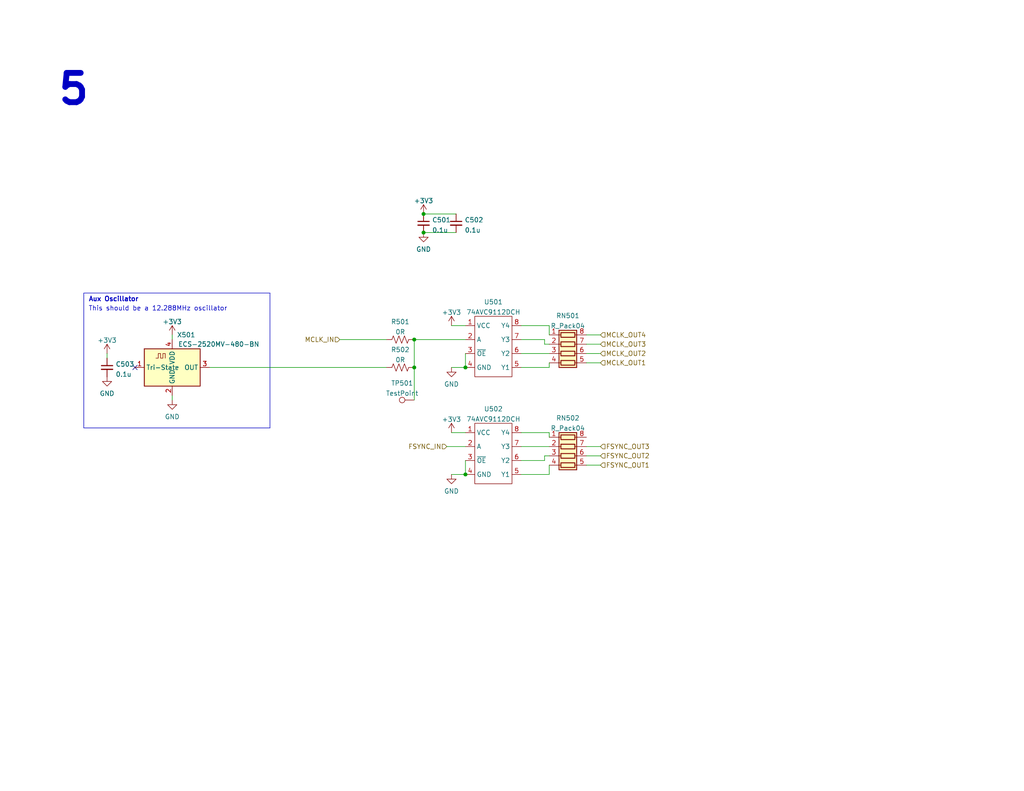
<source format=kicad_sch>
(kicad_sch (version 20230121) (generator eeschema)
  (paper "USLetter")
  (title_block (title "Buffers") (date "2023-02-01") (rev "1") (company "UM NCPA") (comment 1 "Charlie Gilliland"))
  (lib_symbols
    (symbol "74xx:74AVC9112DCH"
      (property "Reference" "U" (at 0 3.81 0))
      (property "Value" "74AVC9112DCH" (at 0 1.27 0))
      (symbol "74AVC9112DCH_0_1"
        (rectangle (start -5.08 0) (end 5.08 -16.51) (stroke (width 0.1524)))
      )
      (symbol "74AVC9112DCH_1_1"
        (pin input line (at -7.62 -2.54 0) (length 2.54) (name "VCC") (number "1"))
        (pin input line (at -7.62 -6.35 0) (length 2.54) (name "A") (number "2"))
        (pin input line (at -7.62 -10.16 0) (length 2.54) (name "~{OE}") (number "3"))
        (pin input line (at -7.62 -13.97 0) (length 2.54) (name "GND") (number "4"))
        (pin input line (at 7.62 -13.97 180) (length 2.54) (name "Y1") (number "5"))
        (pin input line (at 7.62 -10.16 180) (length 2.54) (name "Y2") (number "6"))
        (pin input line (at 7.62 -6.35 180) (length 2.54) (name "Y3") (number "7"))
        (pin input line (at 7.62 -2.54 180) (length 2.54) (name "Y4") (number "8"))
      )
    )
    (symbol "Connector:TestPoint" (pin_numbers hide) (pin_names (offset 0.762) hide)
      (property "Reference" "TP" (at 0 6.858 0))
      (property "Value" "TestPoint" (at 0 5.08 0))
      (symbol "TestPoint_0_1"
        (circle (center 0 3.302) (radius 0.762))
      )
      (symbol "TestPoint_1_1"
        (pin passive line (at 0 0 90) (length 2.54) (name "1") (number "1"))
      )
    )
    (symbol "Device:C_Small" (pin_numbers hide) (pin_names (offset 0.254) hide)
      (property "Reference" "C" (at 0.254 1.778 0))
      (property "Value" "C_Small" (at 0.254 -2.032 0))
      (symbol "C_Small_0_1"
        (polyline (pts (xy -1.524 -0.508) (xy 1.524 -0.508)) (stroke (width 0.3302)))
        (polyline (pts (xy -1.524 0.508) (xy 1.524 0.508)) (stroke (width 0.3048)))
      )
      (symbol "C_Small_1_1"
        (pin passive line (at 0 2.54 270) (length 2.032) (name "~") (number "1"))
        (pin passive line (at 0 -2.54 90) (length 2.032) (name "~") (number "2"))
      )
    )
    (symbol "Device:R_Pack04" (pin_names (offset 0) hide)
      (property "Reference" "RN" (at -7.62 0 90))
      (property "Value" "R_Pack04" (at 5.08 0 90))
      (symbol "R_Pack04_0_1"
        (rectangle (start -6.35 -2.413) (end 3.81 2.413) (stroke (width 0.254)) (fill (type background)))
        (rectangle (start -5.715 1.905) (end -4.445 -1.905) (stroke (width 0.254)))
        (rectangle (start -3.175 1.905) (end -1.905 -1.905) (stroke (width 0.254)))
        (rectangle (start -0.635 1.905) (end 0.635 -1.905) (stroke (width 0.254)))
        (polyline (pts (xy -5.08 -2.54) (xy -5.08 -1.905)))
        (polyline (pts (xy -5.08 1.905) (xy -5.08 2.54)))
        (polyline (pts (xy -2.54 -2.54) (xy -2.54 -1.905)))
        (polyline (pts (xy -2.54 1.905) (xy -2.54 2.54)))
        (polyline (pts (xy 0 -2.54) (xy 0 -1.905)))
        (polyline (pts (xy 0 1.905) (xy 0 2.54)))
        (polyline (pts (xy 2.54 -2.54) (xy 2.54 -1.905)))
        (polyline (pts (xy 2.54 1.905) (xy 2.54 2.54)))
        (rectangle (start 1.905 1.905) (end 3.175 -1.905) (stroke (width 0.254)))
      )
      (symbol "R_Pack04_1_1"
        (pin passive line (at -5.08 -5.08 90) (length 2.54) (name "R1.1") (number "1"))
        (pin passive line (at -2.54 -5.08 90) (length 2.54) (name "R2.1") (number "2"))
        (pin passive line (at 0 -5.08 90) (length 2.54) (name "R3.1") (number "3"))
        (pin passive line (at 2.54 -5.08 90) (length 2.54) (name "R4.1") (number "4"))
        (pin passive line (at 2.54 5.08 270) (length 2.54) (name "R4.2") (number "5"))
        (pin passive line (at 0 5.08 270) (length 2.54) (name "R3.2") (number "6"))
        (pin passive line (at -2.54 5.08 270) (length 2.54) (name "R2.2") (number "7"))
        (pin passive line (at -5.08 5.08 270) (length 2.54) (name "R1.2") (number "8"))
      )
    )
    (symbol "Device:R_US" (pin_numbers hide) (pin_names (offset 0))
      (property "Reference" "R" (at 2.54 0 90))
      (property "Value" "R_US" (at -2.54 0 90))
      (symbol "R_US_0_1"
        (polyline (pts (xy 0 -2.286) (xy 0 -2.54)))
        (polyline (pts (xy 0 2.286) (xy 0 2.54)))
        (polyline (pts (xy 0 -0.762) (xy 1.016 -1.143) (xy 0 -1.524) (xy -1.016 -1.905) (xy 0 -2.286)))
        (polyline (pts (xy 0 0.762) (xy 1.016 0.381) (xy 0 0) (xy -1.016 -0.381) (xy 0 -0.762)))
        (polyline (pts (xy 0 2.286) (xy 1.016 1.905) (xy 0 1.524) (xy -1.016 1.143) (xy 0 0.762)))
      )
      (symbol "R_US_1_1"
        (pin passive line (at 0 3.81 270) (length 1.27) (name "~") (number "1"))
        (pin passive line (at 0 -3.81 90) (length 1.27) (name "~") (number "2"))
      )
    )
    (symbol "Oscillator:ECS-2520MV-xxx-xx"
      (property "Reference" "X" (at -5.08 6.35 0))
      (property "Value" "ECS-2520MV-xxx-xx" (at 1.27 -6.35 0))
      (symbol "ECS-2520MV-xxx-xx_0_1"
        (rectangle (start -7.62 5.08) (end 7.62 -5.08) (stroke (width 0.254)) (fill (type background)))
        (polyline (pts (xy -4.445 2.54) (xy -3.81 2.54) (xy -3.81 3.81) (xy -3.175 3.81) (xy -3.175 2.54) (xy -2.54 2.54) (xy -2.54 3.81) (xy -1.905 3.81) (xy -1.905 2.54)))
      )
      (symbol "ECS-2520MV-xxx-xx_1_1"
        (pin input line (at -10.16 0 0) (length 2.54) (name "Tri-State") (number "1"))
        (pin power_in line (at 0 -7.62 90) (length 2.54) (name "GND") (number "2"))
        (pin output line (at 10.16 0 180) (length 2.54) (name "OUT") (number "3"))
        (pin power_in line (at 0 7.62 270) (length 2.54) (name "VDD") (number "4"))
      )
    )
    (symbol "power:+3V3" (power) (pin_names (offset 0))
      (property "Value" "+3V3" (at 0 3.556 0))
      (symbol "+3V3_0_1"
        (polyline (pts (xy -0.762 1.27) (xy 0 2.54)))
        (polyline (pts (xy 0 0) (xy 0 2.54)))
        (polyline (pts (xy 0 2.54) (xy 0.762 1.27)))
      )
      (symbol "+3V3_1_1"
        (pin power_in line (at 0 0 90) (length 0) hide (name "+3V3") (number "1"))
      )
    )
    (symbol "power:GND" (power) (pin_names (offset 0))
      (property "Value" "GND" (at 0 -3.81 0))
      (symbol "GND_0_1"
        (polyline (pts (xy 0 0) (xy 0 -1.27) (xy 1.27 -1.27) (xy 0 -2.54) (xy -1.27 -1.27) (xy 0 -1.27)))
      )
      (symbol "GND_1_1"
        (pin power_in line (at 0 0 270) (length 0) hide (name "GND") (number "1"))
      )
    )
  )
  (junction (at 113.03 92.71))
  (junction (at 127 129.54))
  (junction (at 127 100.33))
  (junction (at 115.57 63.5))
  (junction (at 113.03 100.33))
  (junction (at 115.57 58.42))
  (no_connect (at 36.83 100.33))
  (wire (pts (xy 148.59 92.71) (xy 148.59 93.98)))
  (wire (pts (xy 142.24 92.71) (xy 148.59 92.71)))
  (wire (pts (xy 149.86 118.11) (xy 149.86 119.38)))
  (wire (pts (xy 149.86 88.9) (xy 149.86 91.44)))
  (wire (pts (xy 124.46 63.5) (xy 115.57 63.5)))
  (wire (pts (xy 163.83 96.52) (xy 160.02 96.52)))
  (wire (pts (xy 123.19 88.9) (xy 127 88.9)))
  (polyline (pts (xy 73.66 116.84) (xy 22.86 116.84)))
  (wire (pts (xy 142.24 121.92) (xy 149.86 121.92)))
  (wire (pts (xy 113.03 109.22) (xy 113.03 100.33)))
  (wire (pts (xy 113.03 92.71) (xy 113.03 100.33)))
  (wire (pts (xy 148.59 93.98) (xy 149.86 93.98)))
  (wire (pts (xy 127 96.52) (xy 127 100.33)))
  (wire (pts (xy 142.24 100.33) (xy 149.86 100.33)))
  (wire (pts (xy 160.02 93.98) (xy 163.83 93.98)))
  (wire (pts (xy 46.99 91.44) (xy 46.99 92.71)))
  (wire (pts (xy 142.24 125.73) (xy 148.59 125.73)))
  (wire (pts (xy 149.86 100.33) (xy 149.86 99.06)))
  (wire (pts (xy 127 100.33) (xy 123.19 100.33)))
  (wire (pts (xy 160.02 121.92) (xy 163.83 121.92)))
  (wire (pts (xy 92.71 92.71) (xy 105.41 92.71)))
  (wire (pts (xy 124.46 58.42) (xy 115.57 58.42)))
  (wire (pts (xy 160.02 99.06) (xy 163.83 99.06)))
  (wire (pts (xy 57.15 100.33) (xy 105.41 100.33)))
  (wire (pts (xy 148.59 124.46) (xy 149.86 124.46)))
  (polyline (pts (xy 22.86 80.01) (xy 22.86 116.84)))
  (wire (pts (xy 142.24 129.54) (xy 149.86 129.54)))
  (polyline (pts (xy 73.66 80.01) (xy 73.66 116.84)))
  (wire (pts (xy 160.02 127) (xy 163.83 127)))
  (wire (pts (xy 163.83 124.46) (xy 160.02 124.46)))
  (wire (pts (xy 113.03 92.71) (xy 127 92.71)))
  (wire (pts (xy 121.92 121.92) (xy 127 121.92)))
  (polyline (pts (xy 22.86 80.01) (xy 73.66 80.01)))
  (wire (pts (xy 149.86 129.54) (xy 149.86 127)))
  (wire (pts (xy 142.24 118.11) (xy 149.86 118.11)))
  (wire (pts (xy 127 129.54) (xy 123.19 129.54)))
  (wire (pts (xy 160.02 91.44) (xy 163.83 91.44)))
  (wire (pts (xy 46.99 109.22) (xy 46.99 107.95)))
  (wire (pts (xy 29.21 97.79) (xy 29.21 96.52)))
  (wire (pts (xy 123.19 118.11) (xy 127 118.11)))
  (wire (pts (xy 127 125.73) (xy 127 129.54)))
  (wire (pts (xy 142.24 88.9) (xy 149.86 88.9)))
  (wire (pts (xy 142.24 96.52) (xy 149.86 96.52)))
  (wire (pts (xy 148.59 125.73) (xy 148.59 124.46)))
  (text "5" (at 15.24 29.21 0) (effects (font (size 8 8) bold) (justify left bottom)))
  (text "This should be a 12.288MHz oscillator" (at 24.13 85.09 0) (effects (font (size 1.27 1.27)) (justify left bottom)))
  (text "Aux Oscillator" (at 24.13 82.55 0) (effects (font (size 1.27 1.27) (thickness 0.254) bold) (justify left bottom)))
  (hierarchical_label "FSYNC_IN" (shape input) (at 121.92 121.92 180))
  (hierarchical_label "MCLK_OUT1" (shape input) (at 163.83 99.06 0))
  (hierarchical_label "FSYNC_OUT3" (shape input) (at 163.83 121.92 0))
  (hierarchical_label "MCLK_OUT3" (shape input) (at 163.83 93.98 0))
  (hierarchical_label "MCLK_OUT4" (shape input) (at 163.83 91.44 0))
  (hierarchical_label "FSYNC_OUT2" (shape input) (at 163.83 124.46 0))
  (hierarchical_label "FSYNC_OUT1" (shape input) (at 163.83 127 0))
  (hierarchical_label "MCLK_OUT2" (shape input) (at 163.83 96.52 0))
  (hierarchical_label "MCLK_IN" (shape input) (at 92.71 92.71 180))
  (symbol (lib_id "power:GND") (at 29.21 102.87 0) (unit 1)
    (property "Reference" "#PWR0124" (effects hide))
    (property "Value" "GND" (at 29.21 107.4325 0))
  )
  (symbol (lib_id "power:+3V3") (at 123.19 88.9 0) (unit 1)
    (property "Reference" "#PWR0501" (effects hide))
    (property "Value" "+3V3" (at 123.19 85.2955 0))
  )
  (symbol (lib_id "Device:C_Small") (at 124.46 60.96 0) (unit 1)
    (property "Reference" "C502" (at 126.7841 60.0578 0) (effects (justify left)))
    (property "Value" "0.1u" (at 126.7841 62.8329 0) (effects (justify left)))
    (property "Footprint" "Capacitor_SMD:C_0402_1005Metric" (effects hide))
  )
  (symbol (lib_id "Device:R_US") (at 109.22 100.33 90) (unit 1)
    (property "Reference" "R502" (at 109.22 95.4745 90))
    (property "Value" "0R" (at 109.22 98.2496 90))
    (property "Footprint" "Resistor_SMD:R_0402_1005Metric" (effects hide))
  )
  (symbol (lib_id "power:+3V3") (at 46.99 91.44 0) (unit 1)
    (property "Reference" "#PWR0126" (effects hide))
    (property "Value" "+3V3" (at 46.99 87.8355 0))
  )
  (symbol (lib_id "power:+3V3") (at 123.19 118.11 0) (unit 1)
    (property "Reference" "#PWR0117" (effects hide))
    (property "Value" "+3V3" (at 123.19 114.5055 0))
  )
  (symbol (lib_id "power:GND") (at 46.99 109.22 0) (unit 1)
    (property "Reference" "#PWR0127" (effects hide))
    (property "Value" "GND" (at 46.99 113.7825 0))
  )
  (symbol (lib_id "Device:R_Pack04") (at 154.94 124.46 270) (unit 1)
    (property "Reference" "RN502" (at 154.94 114.1435 90))
    (property "Value" "R_Pack04" (at 154.94 116.9186 90))
    (property "Footprint" "Resistor_SMD:R_Array_Concave_4x0402" (effects hide))
  )
  (symbol (lib_id "Device:C_Small") (at 115.57 60.96 0) (unit 1)
    (property "Reference" "C501" (at 117.8941 60.0578 0) (effects (justify left)))
    (property "Value" "0.1u" (at 117.8941 62.8329 0) (effects (justify left)))
    (property "Footprint" "Capacitor_SMD:C_0402_1005Metric" (effects hide))
  )
  (symbol (lib_id "Device:R_US") (at 109.22 92.71 90) (unit 1)
    (property "Reference" "R501" (at 109.22 87.8545 90))
    (property "Value" "0R" (at 109.22 90.6296 90))
    (property "Footprint" "Resistor_SMD:R_0402_1005Metric" (effects hide))
  )
  (symbol (lib_id "power:+3V3") (at 29.21 96.52 0) (unit 1)
    (property "Reference" "#PWR0125" (effects hide))
    (property "Value" "+3V3" (at 29.21 92.9155 0))
  )
  (symbol (lib_id "Device:C_Small") (at 29.21 100.33 0) (unit 1)
    (property "Reference" "C503" (at 31.5341 99.4278 0) (effects (justify left)))
    (property "Value" "0.1u" (at 31.5341 102.2029 0) (effects (justify left)))
    (property "Footprint" "Capacitor_SMD:C_0402_1005Metric" (effects hide))
  )
  (symbol (lib_id "power:GND") (at 115.57 63.5 0) (unit 1)
    (property "Reference" "#PWR0123" (effects hide))
    (property "Value" "GND" (at 115.57 68.0625 0))
  )
  (symbol (lib_id "74xx:74AVC9112DCH") (at 134.62 115.57 0) (unit 1)
    (property "Reference" "U502" (at 134.62 111.6543 0))
    (property "Value" "74AVC9112DCH" (at 134.62 114.4294 0))
    (property "Footprint" "Package_SO:VSSOP-8_2.3x2mm_P0.5mm" (effects hide))
  )
  (symbol (lib_id "power:+3V3") (at 115.57 58.42 0) (unit 1)
    (property "Reference" "#PWR0121" (effects hide))
    (property "Value" "+3V3" (at 115.57 54.8155 0))
  )
  (symbol (lib_id "Oscillator:ECS-2520MV-xxx-xx") (at 46.99 100.33 0) (unit 1)
    (property "Reference" "X501" (at 50.8 91.44 0))
    (property "Value" "ECS-2520MV-480-BN" (at 59.69 93.98 0))
    (property "Footprint" "Oscillator:Oscillator_SMD_ECS_2520MV-xxx-xx-4Pin_2.5x2.0mm" (effects hide))
    (property "Datasheet" "https://www.ecsxtal.com/store/pdf/ECS-2520MV.pdf" (effects hide))
  )
  (symbol (lib_id "power:GND") (at 123.19 100.33 0) (unit 1)
    (property "Reference" "#PWR0502" (effects hide))
    (property "Value" "GND" (at 123.19 104.8925 0))
  )
  (symbol (lib_id "Connector:TestPoint") (at 113.03 109.22 90) (unit 1)
    (property "Reference" "TP501" (at 109.728 104.6185 90))
    (property "Value" "TestPoint" (at 109.728 107.3936 90))
    (property "Footprint" "TestPoint:TestPoint_Pad_D1.5mm" (effects hide))
  )
  (symbol (lib_id "power:GND") (at 123.19 129.54 0) (unit 1)
    (property "Reference" "#PWR0116" (effects hide))
    (property "Value" "GND" (at 123.19 134.1025 0))
  )
  (symbol (lib_id "74xx:74AVC9112DCH") (at 134.62 86.36 0) (unit 1)
    (property "Reference" "U501" (at 134.62 82.4443 0))
    (property "Value" "74AVC9112DCH" (at 134.62 85.2194 0))
    (property "Footprint" "Package_SO:VSSOP-8_2.3x2mm_P0.5mm" (effects hide))
  )
  (symbol (lib_id "Device:R_Pack04") (at 154.94 96.52 270) (unit 1)
    (property "Reference" "RN501" (at 154.94 86.2035 90))
    (property "Value" "R_Pack04" (at 154.94 88.9786 90))
    (property "Footprint" "Resistor_SMD:R_Array_Concave_4x0402" (effects hide))
  )
)
</source>
